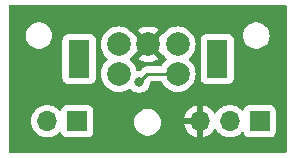
<source format=gbr>
%TF.GenerationSoftware,KiCad,Pcbnew,7.0.10*%
%TF.CreationDate,2024-01-28T02:24:09+01:00*%
%TF.ProjectId,Encoder,456e636f-6465-4722-9e6b-696361645f70,rev?*%
%TF.SameCoordinates,Original*%
%TF.FileFunction,Copper,L2,Bot*%
%TF.FilePolarity,Positive*%
%FSLAX46Y46*%
G04 Gerber Fmt 4.6, Leading zero omitted, Abs format (unit mm)*
G04 Created by KiCad (PCBNEW 7.0.10) date 2024-01-28 02:24:09*
%MOMM*%
%LPD*%
G01*
G04 APERTURE LIST*
%TA.AperFunction,ComponentPad*%
%ADD10C,2.000000*%
%TD*%
%TA.AperFunction,ComponentPad*%
%ADD11R,1.800000X3.200000*%
%TD*%
%TA.AperFunction,ComponentPad*%
%ADD12R,1.700000X1.700000*%
%TD*%
%TA.AperFunction,ComponentPad*%
%ADD13O,1.700000X1.700000*%
%TD*%
%TA.AperFunction,ViaPad*%
%ADD14C,0.800000*%
%TD*%
%TA.AperFunction,Conductor*%
%ADD15C,0.254000*%
%TD*%
G04 APERTURE END LIST*
D10*
%TO.P,SWA13,A,A*%
%TO.N,ENCA*%
X142550001Y-36000001D03*
%TO.P,SWA13,B,B*%
%TO.N,ENCB*%
X137550001Y-36000001D03*
%TO.P,SWA13,C,C*%
%TO.N,GND*%
X140050001Y-36000001D03*
D11*
%TO.P,SWA13,MP*%
%TO.N,N/C*%
X134200001Y-37250001D03*
X145900001Y-37250001D03*
D10*
%TO.P,SWA13,S1,S1*%
%TO.N,/SW99B*%
X137550001Y-38500001D03*
%TO.P,SWA13,S2,S2*%
%TO.N,/SW99A*%
X142550001Y-38500001D03*
%TD*%
D12*
%TO.P,J2,1,Pin_1*%
%TO.N,/SW99A*%
X134040003Y-42500001D03*
D13*
%TO.P,J2,2,Pin_2*%
%TO.N,/SW99B*%
X131500003Y-42500001D03*
%TD*%
D12*
%TO.P,J1,1,Pin_1*%
%TO.N,ENCA*%
X149500000Y-42500000D03*
D13*
%TO.P,J1,2,Pin_2*%
%TO.N,ENCB*%
X146960000Y-42500000D03*
%TO.P,J1,3,Pin_3*%
%TO.N,GND*%
X144420000Y-42500000D03*
%TD*%
D14*
%TO.N,/SW99A*%
X139270000Y-39200000D03*
%TD*%
D15*
%TO.N,/SW99A*%
X139270000Y-39200000D02*
X139969999Y-38500001D01*
X139969999Y-38500001D02*
X142550001Y-38500001D01*
%TD*%
%TA.AperFunction,Conductor*%
%TO.N,GND*%
G36*
X141297000Y-36887789D02*
G01*
X141312975Y-36890495D01*
X141353599Y-36921936D01*
X141480032Y-37069970D01*
X141480036Y-37069973D01*
X141578641Y-37154190D01*
X141617450Y-37213641D01*
X141617956Y-37284635D01*
X141580000Y-37344634D01*
X141578641Y-37345812D01*
X141480029Y-37430034D01*
X141325827Y-37610581D01*
X141325826Y-37610583D01*
X141207094Y-37804336D01*
X141154446Y-37851967D01*
X141099661Y-37864501D01*
X140054069Y-37864501D01*
X140038200Y-37862748D01*
X140038173Y-37863039D01*
X140030280Y-37862292D01*
X139961987Y-37864439D01*
X139958030Y-37864501D01*
X139930016Y-37864501D01*
X139927645Y-37864800D01*
X139925959Y-37865013D01*
X139914152Y-37865941D01*
X139869795Y-37867335D01*
X139869792Y-37867336D01*
X139850243Y-37873015D01*
X139830892Y-37877022D01*
X139810703Y-37879573D01*
X139769439Y-37895909D01*
X139758216Y-37899751D01*
X139715611Y-37912130D01*
X139715603Y-37912133D01*
X139698082Y-37922494D01*
X139680342Y-37931185D01*
X139661410Y-37938682D01*
X139625511Y-37964763D01*
X139615597Y-37971276D01*
X139577398Y-37993868D01*
X139563009Y-38008257D01*
X139547985Y-38021089D01*
X139531513Y-38033057D01*
X139503225Y-38067251D01*
X139495238Y-38076028D01*
X139316673Y-38254595D01*
X139254361Y-38288620D01*
X139227577Y-38291500D01*
X139174509Y-38291500D01*
X139167942Y-38292190D01*
X139167729Y-38290167D01*
X139106533Y-38285483D01*
X139049910Y-38242653D01*
X139028637Y-38197066D01*
X138989106Y-38032407D01*
X138898241Y-37813038D01*
X138774177Y-37610585D01*
X138690544Y-37512663D01*
X138619970Y-37430031D01*
X138521361Y-37345812D01*
X138482552Y-37286362D01*
X138482044Y-37215367D01*
X138520000Y-37155368D01*
X138521361Y-37154190D01*
X138619966Y-37069973D01*
X138619970Y-37069970D01*
X138746405Y-36921933D01*
X138805851Y-36883128D01*
X138807836Y-36882953D01*
X139523097Y-36167691D01*
X139526885Y-36185916D01*
X139596443Y-36320157D01*
X139699639Y-36430653D01*
X139828820Y-36509210D01*
X139884421Y-36524788D01*
X139176108Y-37233102D01*
X139176109Y-37233103D01*
X139363262Y-37347792D01*
X139582563Y-37438629D01*
X139813368Y-37494040D01*
X140050001Y-37512663D01*
X140286633Y-37494040D01*
X140517438Y-37438629D01*
X140736739Y-37347792D01*
X140923891Y-37233103D01*
X140923892Y-37233103D01*
X140217625Y-36526835D01*
X140338459Y-36474350D01*
X140455740Y-36378935D01*
X140542929Y-36255416D01*
X140574839Y-36165628D01*
X141297000Y-36887789D01*
G37*
%TD.AperFunction*%
%TA.AperFunction,Conductor*%
G36*
X151716622Y-32695502D02*
G01*
X151763115Y-32749158D01*
X151774501Y-32801500D01*
X151774501Y-45048501D01*
X151754499Y-45116622D01*
X151700843Y-45163115D01*
X151648501Y-45174501D01*
X128351501Y-45174501D01*
X128283380Y-45154499D01*
X128236887Y-45100843D01*
X128225501Y-45048501D01*
X128225501Y-42500001D01*
X130136847Y-42500001D01*
X130154235Y-42709844D01*
X130155440Y-42724376D01*
X130210705Y-42942613D01*
X130210706Y-42942614D01*
X130210707Y-42942617D01*
X130239526Y-43008318D01*
X130301144Y-43148794D01*
X130424278Y-43337266D01*
X130424282Y-43337271D01*
X130576765Y-43502909D01*
X130631334Y-43545382D01*
X130754427Y-43641190D01*
X130952429Y-43748343D01*
X130952430Y-43748343D01*
X130952431Y-43748344D01*
X131064230Y-43786724D01*
X131165368Y-43821445D01*
X131387434Y-43858501D01*
X131387438Y-43858501D01*
X131612568Y-43858501D01*
X131612572Y-43858501D01*
X131834638Y-43821445D01*
X132047577Y-43748343D01*
X132245579Y-43641190D01*
X132423243Y-43502907D01*
X132484248Y-43436638D01*
X132545099Y-43400068D01*
X132616064Y-43402201D01*
X132674609Y-43442363D01*
X132695003Y-43477942D01*
X132739114Y-43596205D01*
X132739115Y-43596208D01*
X132826741Y-43713262D01*
X132943795Y-43800888D01*
X132943797Y-43800889D01*
X132943799Y-43800890D01*
X132998903Y-43821443D01*
X133080798Y-43851989D01*
X133080806Y-43851991D01*
X133141353Y-43858500D01*
X133141358Y-43858500D01*
X133141365Y-43858501D01*
X133141371Y-43858501D01*
X134938635Y-43858501D01*
X134938641Y-43858501D01*
X134938648Y-43858500D01*
X134938652Y-43858500D01*
X134999199Y-43851991D01*
X134999202Y-43851990D01*
X134999204Y-43851990D01*
X134999210Y-43851988D01*
X135046388Y-43834391D01*
X135136207Y-43800890D01*
X135206402Y-43748343D01*
X135253264Y-43713262D01*
X135340890Y-43596208D01*
X135340890Y-43596207D01*
X135340892Y-43596205D01*
X135391992Y-43459202D01*
X135392179Y-43457470D01*
X135398502Y-43398650D01*
X135398503Y-43398633D01*
X135398503Y-42600005D01*
X138869681Y-42600005D01*
X138888926Y-42807695D01*
X138946008Y-43008318D01*
X138946011Y-43008325D01*
X139038980Y-43195033D01*
X139038984Y-43195038D01*
X139164681Y-43361489D01*
X139164684Y-43361491D01*
X139164685Y-43361493D01*
X139318831Y-43502017D01*
X139496175Y-43611823D01*
X139690675Y-43687173D01*
X139895709Y-43725500D01*
X139895711Y-43725500D01*
X140104293Y-43725500D01*
X140104295Y-43725500D01*
X140309329Y-43687173D01*
X140503829Y-43611823D01*
X140681173Y-43502017D01*
X140835319Y-43361493D01*
X140961020Y-43195038D01*
X140961021Y-43195034D01*
X140961023Y-43195033D01*
X141007507Y-43101679D01*
X141053995Y-43008320D01*
X141111077Y-42807697D01*
X141116053Y-42754000D01*
X143083455Y-42754000D01*
X143131176Y-42942449D01*
X143131179Y-42942456D01*
X143221580Y-43148548D01*
X143344674Y-43336958D01*
X143497097Y-43502534D01*
X143674698Y-43640767D01*
X143674699Y-43640768D01*
X143872628Y-43747882D01*
X143872630Y-43747883D01*
X144085483Y-43820955D01*
X144085492Y-43820957D01*
X144166000Y-43834391D01*
X144166000Y-42933674D01*
X144277685Y-42984680D01*
X144384237Y-43000000D01*
X144455763Y-43000000D01*
X144562315Y-42984680D01*
X144674000Y-42933674D01*
X144674000Y-43834390D01*
X144754507Y-43820957D01*
X144754516Y-43820955D01*
X144967369Y-43747883D01*
X144967371Y-43747882D01*
X145165300Y-43640768D01*
X145165301Y-43640767D01*
X145342902Y-43502534D01*
X145495327Y-43336955D01*
X145584217Y-43200899D01*
X145638220Y-43154810D01*
X145708568Y-43145235D01*
X145772925Y-43175212D01*
X145795183Y-43200898D01*
X145884279Y-43337270D01*
X146036762Y-43502908D01*
X146091331Y-43545381D01*
X146214424Y-43641189D01*
X146412426Y-43748342D01*
X146412427Y-43748342D01*
X146412428Y-43748343D01*
X146524227Y-43786723D01*
X146625365Y-43821444D01*
X146847431Y-43858500D01*
X146847435Y-43858500D01*
X147072565Y-43858500D01*
X147072569Y-43858500D01*
X147294635Y-43821444D01*
X147507574Y-43748342D01*
X147705576Y-43641189D01*
X147883240Y-43502906D01*
X147944245Y-43436637D01*
X148005096Y-43400067D01*
X148076061Y-43402200D01*
X148134606Y-43442362D01*
X148155000Y-43477941D01*
X148199111Y-43596204D01*
X148199112Y-43596207D01*
X148286738Y-43713261D01*
X148403792Y-43800887D01*
X148403794Y-43800888D01*
X148403796Y-43800889D01*
X148457600Y-43820957D01*
X148540795Y-43851988D01*
X148540803Y-43851990D01*
X148601350Y-43858499D01*
X148601355Y-43858499D01*
X148601362Y-43858500D01*
X148601368Y-43858500D01*
X150398632Y-43858500D01*
X150398638Y-43858500D01*
X150398645Y-43858499D01*
X150398649Y-43858499D01*
X150459196Y-43851990D01*
X150459199Y-43851989D01*
X150459201Y-43851989D01*
X150596204Y-43800889D01*
X150666399Y-43748342D01*
X150713261Y-43713261D01*
X150800887Y-43596207D01*
X150800888Y-43596205D01*
X150800889Y-43596204D01*
X150851989Y-43459201D01*
X150851989Y-43459199D01*
X150851990Y-43459196D01*
X150858499Y-43398649D01*
X150858500Y-43398632D01*
X150858500Y-41601367D01*
X150858499Y-41601350D01*
X150851990Y-41540803D01*
X150851988Y-41540795D01*
X150822924Y-41462875D01*
X150800889Y-41403796D01*
X150800887Y-41403793D01*
X150800887Y-41403792D01*
X150713261Y-41286738D01*
X150596207Y-41199112D01*
X150596202Y-41199110D01*
X150459204Y-41148011D01*
X150459196Y-41148009D01*
X150398649Y-41141500D01*
X150398638Y-41141500D01*
X148601362Y-41141500D01*
X148601350Y-41141500D01*
X148540803Y-41148009D01*
X148540795Y-41148011D01*
X148403797Y-41199110D01*
X148403792Y-41199112D01*
X148286738Y-41286738D01*
X148199112Y-41403792D01*
X148199111Y-41403795D01*
X148155000Y-41522058D01*
X148112453Y-41578893D01*
X148045932Y-41603703D01*
X147976558Y-41588611D01*
X147944246Y-41563363D01*
X147883240Y-41497094D01*
X147883239Y-41497093D01*
X147883237Y-41497091D01*
X147801382Y-41433381D01*
X147705576Y-41358811D01*
X147507574Y-41251658D01*
X147507572Y-41251657D01*
X147507571Y-41251656D01*
X147294639Y-41178557D01*
X147294630Y-41178555D01*
X147217029Y-41165606D01*
X147072569Y-41141500D01*
X146847431Y-41141500D01*
X146702971Y-41165606D01*
X146625369Y-41178555D01*
X146625360Y-41178557D01*
X146412428Y-41251656D01*
X146412426Y-41251658D01*
X146214426Y-41358810D01*
X146214424Y-41358811D01*
X146036762Y-41497091D01*
X145884279Y-41662729D01*
X145795183Y-41799101D01*
X145741179Y-41845189D01*
X145670831Y-41854764D01*
X145606474Y-41824786D01*
X145584217Y-41799100D01*
X145495327Y-41663044D01*
X145342902Y-41497465D01*
X145165301Y-41359232D01*
X145165300Y-41359231D01*
X144967371Y-41252117D01*
X144967369Y-41252116D01*
X144754512Y-41179043D01*
X144754501Y-41179040D01*
X144674000Y-41165606D01*
X144674000Y-42066325D01*
X144562315Y-42015320D01*
X144455763Y-42000000D01*
X144384237Y-42000000D01*
X144277685Y-42015320D01*
X144166000Y-42066325D01*
X144166000Y-41165607D01*
X144165999Y-41165606D01*
X144085498Y-41179040D01*
X144085487Y-41179043D01*
X143872630Y-41252116D01*
X143872628Y-41252117D01*
X143674699Y-41359231D01*
X143674698Y-41359232D01*
X143497097Y-41497465D01*
X143344674Y-41663041D01*
X143221580Y-41851451D01*
X143131179Y-42057543D01*
X143131176Y-42057550D01*
X143083455Y-42245999D01*
X143083456Y-42246000D01*
X143988884Y-42246000D01*
X143960507Y-42290156D01*
X143920000Y-42428111D01*
X143920000Y-42571889D01*
X143960507Y-42709844D01*
X143988884Y-42754000D01*
X143083455Y-42754000D01*
X141116053Y-42754000D01*
X141118799Y-42724368D01*
X141130323Y-42600005D01*
X141130323Y-42599996D01*
X141111077Y-42392306D01*
X141077881Y-42275632D01*
X141053995Y-42191682D01*
X140995918Y-42075048D01*
X140961023Y-42004968D01*
X140961019Y-42004963D01*
X140835322Y-41838512D01*
X140835319Y-41838509D01*
X140681173Y-41697985D01*
X140503829Y-41588179D01*
X140503822Y-41588176D01*
X140309336Y-41512831D01*
X140309333Y-41512830D01*
X140309330Y-41512829D01*
X140309329Y-41512829D01*
X140104295Y-41474502D01*
X139895709Y-41474502D01*
X139690675Y-41512829D01*
X139690670Y-41512830D01*
X139690667Y-41512831D01*
X139496181Y-41588176D01*
X139496174Y-41588179D01*
X139318832Y-41697984D01*
X139164681Y-41838512D01*
X139038984Y-42004963D01*
X139038980Y-42004968D01*
X138946011Y-42191676D01*
X138946008Y-42191683D01*
X138888926Y-42392306D01*
X138869681Y-42599996D01*
X138869681Y-42600005D01*
X135398503Y-42600005D01*
X135398503Y-41601368D01*
X135398502Y-41601351D01*
X135391993Y-41540804D01*
X135391991Y-41540796D01*
X135340892Y-41403798D01*
X135340890Y-41403793D01*
X135253264Y-41286739D01*
X135136210Y-41199113D01*
X135136205Y-41199111D01*
X134999207Y-41148012D01*
X134999199Y-41148010D01*
X134938652Y-41141501D01*
X134938641Y-41141501D01*
X133141365Y-41141501D01*
X133141353Y-41141501D01*
X133080806Y-41148010D01*
X133080798Y-41148012D01*
X132943800Y-41199111D01*
X132943795Y-41199113D01*
X132826741Y-41286739D01*
X132739115Y-41403793D01*
X132739114Y-41403796D01*
X132695003Y-41522059D01*
X132652456Y-41578894D01*
X132585935Y-41603704D01*
X132516561Y-41588612D01*
X132484249Y-41563364D01*
X132423243Y-41497095D01*
X132423242Y-41497094D01*
X132423240Y-41497092D01*
X132303375Y-41403797D01*
X132245579Y-41358812D01*
X132047577Y-41251659D01*
X132047575Y-41251658D01*
X132047574Y-41251657D01*
X131834642Y-41178558D01*
X131834633Y-41178556D01*
X131757026Y-41165606D01*
X131612572Y-41141501D01*
X131387434Y-41141501D01*
X131242980Y-41165606D01*
X131165372Y-41178556D01*
X131165363Y-41178558D01*
X130952431Y-41251657D01*
X130952429Y-41251659D01*
X130887609Y-41286738D01*
X130754429Y-41358811D01*
X130754427Y-41358812D01*
X130576765Y-41497092D01*
X130424282Y-41662730D01*
X130424278Y-41662735D01*
X130301144Y-41851207D01*
X130210706Y-42057387D01*
X130210705Y-42057388D01*
X130155440Y-42275625D01*
X130155439Y-42275631D01*
X130155439Y-42275633D01*
X130136847Y-42500001D01*
X128225501Y-42500001D01*
X128225501Y-38898650D01*
X132791501Y-38898650D01*
X132798010Y-38959197D01*
X132798012Y-38959205D01*
X132849111Y-39096203D01*
X132849113Y-39096208D01*
X132936739Y-39213262D01*
X133053793Y-39300888D01*
X133053795Y-39300889D01*
X133053797Y-39300890D01*
X133112876Y-39322925D01*
X133190796Y-39351989D01*
X133190804Y-39351991D01*
X133251351Y-39358500D01*
X133251356Y-39358500D01*
X133251363Y-39358501D01*
X133251369Y-39358501D01*
X135148633Y-39358501D01*
X135148639Y-39358501D01*
X135148646Y-39358500D01*
X135148650Y-39358500D01*
X135209197Y-39351991D01*
X135209200Y-39351990D01*
X135209202Y-39351990D01*
X135346205Y-39300890D01*
X135416416Y-39248331D01*
X135463262Y-39213262D01*
X135550888Y-39096208D01*
X135550888Y-39096207D01*
X135550890Y-39096205D01*
X135601990Y-38959202D01*
X135608501Y-38898639D01*
X135608501Y-38500001D01*
X136036836Y-38500001D01*
X136055466Y-38736711D01*
X136110895Y-38967593D01*
X136188730Y-39155503D01*
X136201761Y-39186964D01*
X136302890Y-39351991D01*
X136325826Y-39389418D01*
X136325827Y-39389420D01*
X136480031Y-39569970D01*
X136660581Y-39724174D01*
X136660585Y-39724177D01*
X136863038Y-39848241D01*
X137082407Y-39939106D01*
X137313290Y-39994536D01*
X137550001Y-40013166D01*
X137786712Y-39994536D01*
X138017595Y-39939106D01*
X138236964Y-39848241D01*
X138401653Y-39747318D01*
X138470183Y-39728781D01*
X138537860Y-39750237D01*
X138561121Y-39770442D01*
X138658744Y-39878864D01*
X138658747Y-39878866D01*
X138813248Y-39991118D01*
X138987712Y-40068794D01*
X139174513Y-40108500D01*
X139365487Y-40108500D01*
X139552288Y-40068794D01*
X139726752Y-39991118D01*
X139881253Y-39878866D01*
X139908829Y-39848240D01*
X140009034Y-39736951D01*
X140009035Y-39736949D01*
X140009040Y-39736944D01*
X140104527Y-39571556D01*
X140163542Y-39389928D01*
X140178424Y-39248330D01*
X140205437Y-39182674D01*
X140263658Y-39142044D01*
X140303734Y-39135501D01*
X141099661Y-39135501D01*
X141167782Y-39155503D01*
X141207092Y-39195664D01*
X141302890Y-39351991D01*
X141325826Y-39389418D01*
X141325827Y-39389420D01*
X141480031Y-39569970D01*
X141660581Y-39724174D01*
X141660585Y-39724177D01*
X141863038Y-39848241D01*
X142082407Y-39939106D01*
X142313290Y-39994536D01*
X142550001Y-40013166D01*
X142786712Y-39994536D01*
X143017595Y-39939106D01*
X143236964Y-39848241D01*
X143439417Y-39724177D01*
X143619970Y-39569970D01*
X143774177Y-39389417D01*
X143898241Y-39186964D01*
X143989106Y-38967595D01*
X144005658Y-38898650D01*
X144491501Y-38898650D01*
X144498010Y-38959197D01*
X144498012Y-38959205D01*
X144549111Y-39096203D01*
X144549113Y-39096208D01*
X144636739Y-39213262D01*
X144753793Y-39300888D01*
X144753795Y-39300889D01*
X144753797Y-39300890D01*
X144812876Y-39322925D01*
X144890796Y-39351989D01*
X144890804Y-39351991D01*
X144951351Y-39358500D01*
X144951356Y-39358500D01*
X144951363Y-39358501D01*
X144951369Y-39358501D01*
X146848633Y-39358501D01*
X146848639Y-39358501D01*
X146848646Y-39358500D01*
X146848650Y-39358500D01*
X146909197Y-39351991D01*
X146909200Y-39351990D01*
X146909202Y-39351990D01*
X147046205Y-39300890D01*
X147116416Y-39248331D01*
X147163262Y-39213262D01*
X147250888Y-39096208D01*
X147250888Y-39096207D01*
X147250890Y-39096205D01*
X147301990Y-38959202D01*
X147308501Y-38898639D01*
X147308501Y-35601363D01*
X147308500Y-35601351D01*
X147301991Y-35540804D01*
X147301989Y-35540796D01*
X147250890Y-35403798D01*
X147250888Y-35403793D01*
X147163262Y-35286739D01*
X147114191Y-35250005D01*
X148069677Y-35250005D01*
X148088922Y-35457691D01*
X148088922Y-35457695D01*
X148146004Y-35658320D01*
X148146007Y-35658326D01*
X148238976Y-35845033D01*
X148238978Y-35845036D01*
X148238980Y-35845039D01*
X148356001Y-36000001D01*
X148364685Y-36011500D01*
X148518822Y-36152014D01*
X148518825Y-36152016D01*
X148518827Y-36152017D01*
X148518828Y-36152018D01*
X148696172Y-36261825D01*
X148696176Y-36261826D01*
X148696177Y-36261827D01*
X148846743Y-36320157D01*
X148890672Y-36337175D01*
X149095707Y-36375502D01*
X149095709Y-36375502D01*
X149304291Y-36375502D01*
X149304293Y-36375502D01*
X149509328Y-36337175D01*
X149703828Y-36261825D01*
X149881172Y-36152018D01*
X149881174Y-36152015D01*
X149881177Y-36152014D01*
X150035314Y-36011500D01*
X150035315Y-36011498D01*
X150035319Y-36011495D01*
X150161020Y-35845039D01*
X150253995Y-35658321D01*
X150311077Y-35457697D01*
X150330323Y-35250001D01*
X150325607Y-35199112D01*
X150317987Y-35116873D01*
X150311077Y-35042305D01*
X150253995Y-34841681D01*
X150251796Y-34837266D01*
X150161023Y-34654968D01*
X150161021Y-34654966D01*
X150161020Y-34654963D01*
X150035319Y-34488507D01*
X150035317Y-34488505D01*
X150035314Y-34488501D01*
X149881177Y-34347987D01*
X149881174Y-34347985D01*
X149703831Y-34238179D01*
X149703828Y-34238177D01*
X149703826Y-34238176D01*
X149703822Y-34238174D01*
X149509335Y-34162829D01*
X149509332Y-34162828D01*
X149509329Y-34162827D01*
X149509328Y-34162827D01*
X149304293Y-34124500D01*
X149095707Y-34124500D01*
X148890672Y-34162827D01*
X148890667Y-34162828D01*
X148890664Y-34162829D01*
X148696177Y-34238174D01*
X148696168Y-34238179D01*
X148518825Y-34347985D01*
X148518822Y-34347987D01*
X148364685Y-34488501D01*
X148238976Y-34654968D01*
X148146007Y-34841675D01*
X148146004Y-34841681D01*
X148088922Y-35042306D01*
X148088922Y-35042310D01*
X148069677Y-35249996D01*
X148069677Y-35250005D01*
X147114191Y-35250005D01*
X147046208Y-35199113D01*
X147046203Y-35199111D01*
X146909205Y-35148012D01*
X146909197Y-35148010D01*
X146848650Y-35141501D01*
X146848639Y-35141501D01*
X144951363Y-35141501D01*
X144951351Y-35141501D01*
X144890804Y-35148010D01*
X144890796Y-35148012D01*
X144753798Y-35199111D01*
X144753793Y-35199113D01*
X144636739Y-35286739D01*
X144549113Y-35403793D01*
X144549111Y-35403798D01*
X144498012Y-35540796D01*
X144498010Y-35540804D01*
X144491501Y-35601351D01*
X144491501Y-38898650D01*
X144005658Y-38898650D01*
X144044536Y-38736712D01*
X144063166Y-38500001D01*
X144044536Y-38263290D01*
X143989106Y-38032407D01*
X143898241Y-37813038D01*
X143774177Y-37610585D01*
X143690544Y-37512663D01*
X143619970Y-37430031D01*
X143521361Y-37345812D01*
X143482552Y-37286362D01*
X143482044Y-37215367D01*
X143520000Y-37155368D01*
X143521361Y-37154190D01*
X143619970Y-37069970D01*
X143774174Y-36889420D01*
X143774177Y-36889417D01*
X143898241Y-36686964D01*
X143989106Y-36467595D01*
X144044536Y-36236712D01*
X144063166Y-36000001D01*
X144044536Y-35763290D01*
X143989106Y-35532407D01*
X143898241Y-35313038D01*
X143774177Y-35110585D01*
X143773252Y-35109502D01*
X143619970Y-34930031D01*
X143439420Y-34775827D01*
X143439418Y-34775826D01*
X143439417Y-34775825D01*
X143236964Y-34651761D01*
X143018745Y-34561372D01*
X143017593Y-34560895D01*
X142859652Y-34522977D01*
X142786712Y-34505466D01*
X142550001Y-34486836D01*
X142313290Y-34505466D01*
X142082408Y-34560895D01*
X141863039Y-34651760D01*
X141660583Y-34775826D01*
X141660581Y-34775827D01*
X141480034Y-34930029D01*
X141353600Y-35078064D01*
X141294149Y-35116873D01*
X141292163Y-35117047D01*
X140576903Y-35832307D01*
X140573117Y-35814086D01*
X140503559Y-35679845D01*
X140400363Y-35569349D01*
X140271182Y-35490792D01*
X140215578Y-35475212D01*
X140923891Y-34766898D01*
X140923891Y-34766897D01*
X140736739Y-34652209D01*
X140517438Y-34561372D01*
X140286633Y-34505961D01*
X140050001Y-34487338D01*
X139813368Y-34505961D01*
X139582563Y-34561372D01*
X139363267Y-34652207D01*
X139176109Y-34766898D01*
X139176109Y-34766899D01*
X139882376Y-35473166D01*
X139761543Y-35525652D01*
X139644262Y-35621067D01*
X139557073Y-35744586D01*
X139525162Y-35834372D01*
X138802998Y-35112208D01*
X138787021Y-35109502D01*
X138746401Y-35078063D01*
X138619970Y-34930031D01*
X138439420Y-34775827D01*
X138439418Y-34775826D01*
X138439417Y-34775825D01*
X138236964Y-34651761D01*
X138018745Y-34561372D01*
X138017593Y-34560895D01*
X137859652Y-34522977D01*
X137786712Y-34505466D01*
X137550001Y-34486836D01*
X137313290Y-34505466D01*
X137082408Y-34560895D01*
X136863039Y-34651760D01*
X136660583Y-34775826D01*
X136660581Y-34775827D01*
X136480031Y-34930031D01*
X136325827Y-35110581D01*
X136325826Y-35110583D01*
X136201760Y-35313039D01*
X136110895Y-35532408D01*
X136075499Y-35679845D01*
X136055466Y-35763290D01*
X136036836Y-36000001D01*
X136055466Y-36236712D01*
X136061495Y-36261824D01*
X136110895Y-36467593D01*
X136110896Y-36467595D01*
X136201761Y-36686964D01*
X136324827Y-36887789D01*
X136325826Y-36889418D01*
X136325827Y-36889420D01*
X136480029Y-37069967D01*
X136480032Y-37069970D01*
X136480036Y-37069973D01*
X136578641Y-37154190D01*
X136617450Y-37213641D01*
X136617956Y-37284635D01*
X136580000Y-37344634D01*
X136578641Y-37345812D01*
X136480029Y-37430034D01*
X136325827Y-37610581D01*
X136325826Y-37610583D01*
X136201760Y-37813039D01*
X136110895Y-38032408D01*
X136055466Y-38263290D01*
X136036836Y-38500001D01*
X135608501Y-38500001D01*
X135608501Y-35601363D01*
X135608500Y-35601351D01*
X135601991Y-35540804D01*
X135601989Y-35540796D01*
X135550890Y-35403798D01*
X135550888Y-35403793D01*
X135463262Y-35286739D01*
X135346208Y-35199113D01*
X135346203Y-35199111D01*
X135209205Y-35148012D01*
X135209197Y-35148010D01*
X135148650Y-35141501D01*
X135148639Y-35141501D01*
X133251363Y-35141501D01*
X133251351Y-35141501D01*
X133190804Y-35148010D01*
X133190796Y-35148012D01*
X133053798Y-35199111D01*
X133053793Y-35199113D01*
X132936739Y-35286739D01*
X132849113Y-35403793D01*
X132849111Y-35403798D01*
X132798012Y-35540796D01*
X132798010Y-35540804D01*
X132791501Y-35601351D01*
X132791501Y-38898650D01*
X128225501Y-38898650D01*
X128225500Y-35250005D01*
X129669680Y-35250005D01*
X129688925Y-35457695D01*
X129740270Y-35638156D01*
X129746008Y-35658320D01*
X129838983Y-35845039D01*
X129838984Y-35845040D01*
X129964680Y-36011490D01*
X129964683Y-36011492D01*
X129964684Y-36011494D01*
X130118831Y-36152017D01*
X130296174Y-36261824D01*
X130490675Y-36337174D01*
X130695709Y-36375501D01*
X130695711Y-36375501D01*
X130904293Y-36375501D01*
X130904295Y-36375501D01*
X131109329Y-36337174D01*
X131303830Y-36261824D01*
X131481173Y-36152017D01*
X131635320Y-36011494D01*
X131761021Y-35845039D01*
X131853996Y-35658320D01*
X131911078Y-35457697D01*
X131930324Y-35250001D01*
X131925608Y-35199112D01*
X131911078Y-35042306D01*
X131879133Y-34930032D01*
X131853996Y-34841682D01*
X131761021Y-34654963D01*
X131710740Y-34588381D01*
X131635323Y-34488511D01*
X131634036Y-34487338D01*
X131481173Y-34347985D01*
X131303830Y-34238178D01*
X131109332Y-34162829D01*
X131109333Y-34162829D01*
X131109330Y-34162828D01*
X131109329Y-34162828D01*
X130904295Y-34124501D01*
X130695709Y-34124501D01*
X130490675Y-34162828D01*
X130490670Y-34162829D01*
X130296178Y-34238176D01*
X130296168Y-34238181D01*
X130118830Y-34347985D01*
X129964680Y-34488511D01*
X129838984Y-34654961D01*
X129838983Y-34654962D01*
X129838983Y-34654963D01*
X129783246Y-34766898D01*
X129746008Y-34841682D01*
X129746005Y-34841690D01*
X129688925Y-35042306D01*
X129669680Y-35249996D01*
X129669680Y-35250005D01*
X128225500Y-35250005D01*
X128225500Y-32801500D01*
X128245502Y-32733379D01*
X128299158Y-32686886D01*
X128351495Y-32675500D01*
X151648501Y-32675500D01*
X151716622Y-32695502D01*
G37*
%TD.AperFunction*%
%TD*%
M02*

</source>
